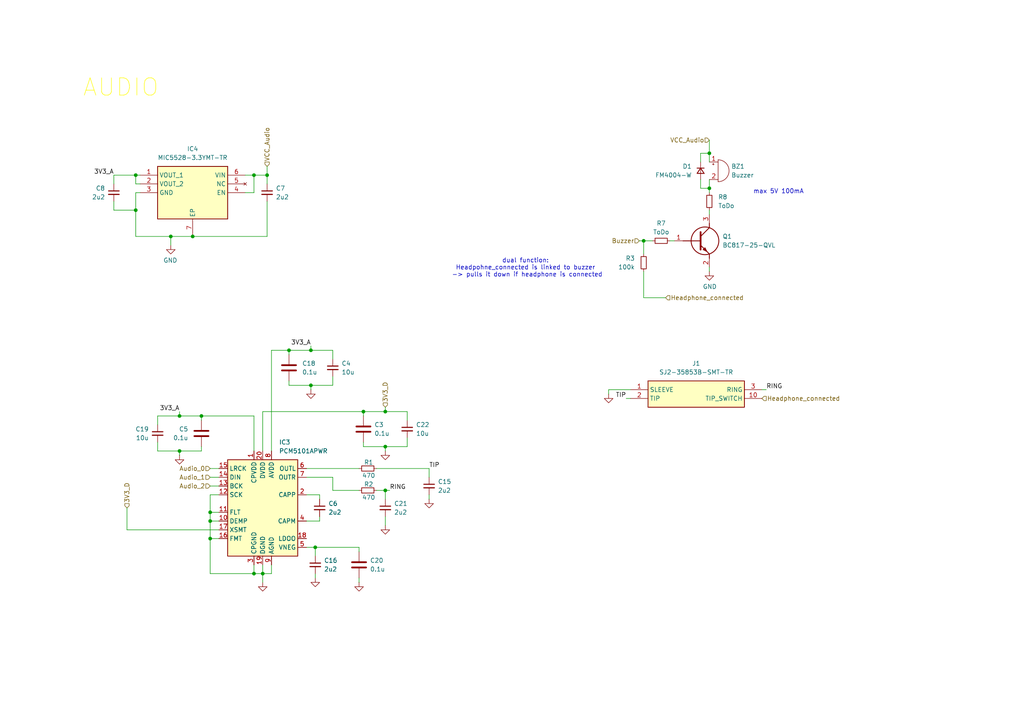
<source format=kicad_sch>
(kicad_sch (version 20231120) (generator "eeschema") (generator_version "8.0")
  (paper "A4")
  (lib_symbols
    (symbol "Audio:PCM5101A"
      (property "Reference" "U" (at -10.16 13.97 0))
      (property "Value" "PCM5101A" (at 3.81 13.97 0))
      (symbol "PCM5101A_0_1"
        (rectangle (start -10.16 12.7) (end 10.16 -15.24) (stroke (width 0.254)) (fill (type background)))
      )
      (symbol "PCM5101A_1_1"
        (pin passive line (at -2.54 15.24 270) (length 2.54) (name "CPVDD") (number "1"))
        (pin input line (at -12.7 -5.08 0) (length 2.54) (name "DEMP") (number "10"))
        (pin input line (at -12.7 -2.54 0) (length 2.54) (name "FLT") (number "11"))
        (pin input line (at -12.7 2.54 0) (length 2.54) (name "SCK") (number "12"))
        (pin input line (at -12.7 5.08 0) (length 2.54) (name "BCK") (number "13"))
        (pin input line (at -12.7 7.62 0) (length 2.54) (name "DIN") (number "14"))
        (pin input line (at -12.7 10.16 0) (length 2.54) (name "LRCK") (number "15"))
        (pin input line (at -12.7 -10.16 0) (length 2.54) (name "FMT") (number "16"))
        (pin input line (at -12.7 -7.62 0) (length 2.54) (name "XSMT") (number "17"))
        (pin passive line (at 12.7 -10.16 180) (length 2.54) (name "LDOO") (number "18"))
        (pin power_in line (at 0 -17.78 90) (length 2.54) (name "DGND") (number "19"))
        (pin passive line (at 12.7 2.54 180) (length 2.54) (name "CAPP") (number "2"))
        (pin power_in line (at 0 15.24 270) (length 2.54) (name "DVDD") (number "20"))
        (pin power_in line (at -2.54 -17.78 90) (length 2.54) (name "CPGND") (number "3"))
        (pin passive line (at 12.7 -5.08 180) (length 2.54) (name "CAPM") (number "4"))
        (pin passive line (at 12.7 -12.7 180) (length 2.54) (name "VNEG") (number "5"))
        (pin output line (at 12.7 10.16 180) (length 2.54) (name "OUTL") (number "6"))
        (pin output line (at 12.7 7.62 180) (length 2.54) (name "OUTR") (number "7"))
        (pin power_in line (at 2.54 15.24 270) (length 2.54) (name "AVDD") (number "8"))
        (pin power_in line (at 2.54 -17.78 90) (length 2.54) (name "AGND") (number "9"))
      )
    )
    (symbol "Device:Buzzer" (pin_names (offset 0.0254) hide)
      (property "Reference" "BZ" (at 3.81 1.27 0))
      (property "Value" "Buzzer" (at 3.81 -1.27 0))
      (symbol "Buzzer_0_1"
        (arc (start 0 -3.175) (mid 3.1612 0) (end 0 3.175))
        (polyline (pts (xy -1.651 1.905) (xy -1.143 1.905)))
        (polyline (pts (xy -1.397 2.159) (xy -1.397 1.651)))
        (polyline (pts (xy 0 3.175) (xy 0 -3.175)))
      )
      (symbol "Buzzer_1_1"
        (pin passive line (at -2.54 2.54 0) (length 2.54) (name "+") (number "1"))
        (pin passive line (at -2.54 -2.54 0) (length 2.54) (name "-") (number "2"))
      )
    )
    (symbol "Device:C_Small" (pin_numbers hide) (pin_names (offset 0.254) hide)
      (property "Reference" "C" (at 0.254 1.778 0))
      (property "Value" "C_Small" (at 0.254 -2.032 0))
      (symbol "C_Small_0_1"
        (polyline (pts (xy -1.524 -0.508) (xy 1.524 -0.508)) (stroke (width 0.3302)))
        (polyline (pts (xy -1.524 0.508) (xy 1.524 0.508)) (stroke (width 0.3048)))
      )
      (symbol "C_Small_1_1"
        (pin passive line (at 0 2.54 270) (length 2.032) (name "~") (number "1"))
        (pin passive line (at 0 -2.54 90) (length 2.032) (name "~") (number "2"))
      )
    )
    (symbol "Device:D_Small" (pin_numbers hide) (pin_names (offset 0.254) hide)
      (property "Reference" "D" (at -1.27 2.032 0))
      (property "Value" "D_Small" (at -3.81 -2.032 0))
      (symbol "D_Small_0_1"
        (polyline (pts (xy -0.762 -1.016) (xy -0.762 1.016)) (stroke (width 0.254)))
        (polyline (pts (xy -0.762 0) (xy 0.762 0)))
        (polyline (pts (xy 0.762 -1.016) (xy -0.762 0) (xy 0.762 1.016) (xy 0.762 -1.016)) (stroke (width 0.254)))
      )
      (symbol "D_Small_1_1"
        (pin passive line (at -2.54 0 0) (length 1.778) (name "K") (number "1"))
        (pin passive line (at 2.54 0 180) (length 1.778) (name "A") (number "2"))
      )
    )
    (symbol "Device:R_Small" (pin_numbers hide) (pin_names (offset 0.254) hide)
      (property "Reference" "R" (at 0.762 0.508 0))
      (property "Value" "R_Small" (at 0.762 -1.016 0))
      (symbol "R_Small_0_1"
        (rectangle (start -0.762 1.778) (end 0.762 -1.778) (stroke (width 0.2032)))
      )
      (symbol "R_Small_1_1"
        (pin passive line (at 0 2.54 270) (length 0.762) (name "~") (number "1"))
        (pin passive line (at 0 -2.54 90) (length 0.762) (name "~") (number "2"))
      )
    )
    (symbol "SamacSys_Parts:BC817-25-QVL" (pin_names hide)
      (property "Reference" "Q" (at 13.97 1.27 0))
      (property "Value" "BC817-25-QVL" (at 13.97 -1.27 0))
      (symbol "BC817-25-QVL_1_1"
        (polyline (pts (xy 2.54 0) (xy 7.62 0)) (stroke (width 0.254)))
        (polyline (pts (xy 7.62 -1.27) (xy 10.16 -3.81)) (stroke (width 0.254)))
        (polyline (pts (xy 7.62 1.27) (xy 10.16 3.81)) (stroke (width 0.254)))
        (polyline (pts (xy 7.62 2.54) (xy 7.62 -2.54)) (stroke (width 0.508)))
        (polyline (pts (xy 10.16 -3.81) (xy 10.16 -5.08)) (stroke (width 0.254)))
        (polyline (pts (xy 10.16 3.81) (xy 10.16 5.08)) (stroke (width 0.254)))
        (polyline (pts (xy 8.382 -2.54) (xy 8.89 -2.032) (xy 9.398 -3.048) (xy 8.382 -2.54)) (stroke (width 0.254)) (fill (type outline)))
        (circle (center 8.89 0) (radius 4.016) (stroke (width 0.254)))
        (pin passive line (at 0 0 0) (length 2.54) (name "B") (number "1"))
        (pin passive line (at 10.16 -7.62 90) (length 2.54) (name "E") (number "2"))
        (pin passive line (at 10.16 7.62 270) (length 2.54) (name "C") (number "3"))
      )
    )
    (symbol "SamacSys_Parts:MIC5528-3.3YMT-TR"
      (property "Reference" "IC" (at 26.67 7.62 0))
      (property "Value" "MIC5528-3.3YMT-TR" (at 26.67 5.08 0))
      (symbol "MIC5528-3.3YMT-TR_1_1"
        (rectangle (start 5.08 2.54) (end 25.4 -12.7) (stroke (width 0.254)) (fill (type background)))
        (pin passive line (at 0 0 0) (length 5.08) (name "VOUT_1") (number "1"))
        (pin passive line (at 0 -2.54 0) (length 5.08) (name "VOUT_2") (number "2"))
        (pin passive line (at 0 -5.08 0) (length 5.08) (name "GND") (number "3"))
        (pin passive line (at 30.48 -5.08 180) (length 5.08) (name "EN") (number "4"))
        (pin no_connect line (at 30.48 -2.54 180) (length 5.08) (name "NC") (number "5"))
        (pin passive line (at 30.48 0 180) (length 5.08) (name "VIN") (number "6"))
        (pin passive line (at 15.24 -17.78 90) (length 5.08) (name "EP") (number "7"))
      )
    )
    (symbol "SamacSys_Parts:SJ2-35853B-SMT-TR"
      (property "Reference" "J" (at 34.29 7.62 0))
      (property "Value" "SJ2-35853B-SMT-TR" (at 34.29 5.08 0))
      (symbol "SJ2-35853B-SMT-TR_1_1"
        (rectangle (start 5.08 2.54) (end 33.02 -5.08) (stroke (width 0.254)) (fill (type background)))
        (pin passive line (at 0 0 0) (length 5.08) (name "SLEEVE") (number "1"))
        (pin passive line (at 38.1 -2.54 180) (length 5.08) (name "TIP_SWITCH") (number "10"))
        (pin passive line (at 0 -2.54 0) (length 5.08) (name "TIP") (number "2"))
        (pin passive line (at 38.1 0 180) (length 5.08) (name "RING") (number "3"))
      )
    )
    (symbol "SymbolsBalloonv4:C" (pin_numbers hide) (pin_names (offset 0.254))
      (property "Reference" "C" (at 0.635 2.54 0))
      (property "Value" "C" (at 0.635 -2.54 0))
      (symbol "C_0_1"
        (polyline (pts (xy -2.032 -0.762) (xy 2.032 -0.762)) (stroke (width 0.508)))
        (polyline (pts (xy -2.032 0.762) (xy 2.032 0.762)) (stroke (width 0.508)))
      )
      (symbol "C_1_1"
        (pin passive line (at 0 3.81 270) (length 2.794) (name "~") (number "1"))
        (pin passive line (at 0 -3.81 90) (length 2.794) (name "~") (number "2"))
      )
    )
    (symbol "SymbolsBalloonv4:GND" (power) (pin_numbers hide) (pin_names (offset 0) hide)
      (property "Value" "GND" (at 0 -3.81 0))
      (symbol "GND_0_1"
        (polyline (pts (xy 0 0) (xy 0 -1.27) (xy 1.27 -1.27) (xy 0 -2.54) (xy -1.27 -1.27) (xy 0 -1.27)))
      )
      (symbol "GND_1_1"
        (pin power_in line (at 0 0 270) (length 0) (name "~") (number "1"))
      )
    )
    (symbol "SymbolsBalloonv4:R_Small" (pin_numbers hide) (pin_names (offset 0.254) hide)
      (property "Reference" "R" (at 0.762 0.508 0))
      (property "Value" "R_Small" (at 0.762 -1.016 0))
      (symbol "R_Small_0_1"
        (rectangle (start -0.762 1.778) (end 0.762 -1.778) (stroke (width 0.2032)))
      )
      (symbol "R_Small_1_1"
        (pin passive line (at 0 2.54 270) (length 0.762) (name "~") (number "1"))
        (pin passive line (at 0 -2.54 90) (length 0.762) (name "~") (number "2"))
      )
    )
  )
  (junction (at 205.74 54.61))
  (junction (at 205.74 44.45))
  (junction (at 55.88 68.58))
  (junction (at 73.66 166.37))
  (junction (at 186.69 69.85))
  (junction (at 111.76 119.38))
  (junction (at 39.37 50.8))
  (junction (at 90.17 101.6))
  (junction (at 58.42 120.65))
  (junction (at 60.96 148.59))
  (junction (at 39.37 60.96))
  (junction (at 76.2 166.37))
  (junction (at 90.17 111.76))
  (junction (at 111.76 129.54))
  (junction (at 52.07 120.65))
  (junction (at 83.82 101.6))
  (junction (at 105.41 119.38))
  (junction (at 60.96 151.13))
  (junction (at 91.44 158.75))
  (junction (at 73.66 50.8))
  (junction (at 77.47 50.8))
  (junction (at 49.53 68.58))
  (junction (at 111.76 142.24))
  (junction (at 52.07 130.81))
  (junction (at 60.96 156.21))
  (wire (pts (xy 45.72 120.65) (xy 45.72 123.19)))
  (wire (pts (xy 124.46 135.89) (xy 124.46 138.43)))
  (wire (pts (xy 105.41 129.54) (xy 105.41 128.27)))
  (wire (pts (xy 60.96 138.43) (xy 63.5 138.43)))
  (wire (pts (xy 58.42 130.81) (xy 58.42 129.54)))
  (wire (pts (xy 205.74 40.64) (xy 205.74 44.45)))
  (wire (pts (xy 203.2 44.45) (xy 205.74 44.45)))
  (wire (pts (xy 60.96 151.13) (xy 60.96 156.21)))
  (wire (pts (xy 105.41 119.38) (xy 105.41 120.65)))
  (wire (pts (xy 49.53 68.58) (xy 39.37 68.58)))
  (wire (pts (xy 76.2 119.38) (xy 105.41 119.38)))
  (wire (pts (xy 60.96 143.51) (xy 60.96 148.59)))
  (wire (pts (xy 58.42 130.81) (xy 52.07 130.81)))
  (wire (pts (xy 111.76 129.54) (xy 118.11 129.54)))
  (wire (pts (xy 78.74 163.83) (xy 78.74 166.37)))
  (wire (pts (xy 109.22 142.24) (xy 111.76 142.24)))
  (wire (pts (xy 111.76 119.38) (xy 105.41 119.38)))
  (wire (pts (xy 73.66 166.37) (xy 73.66 163.83)))
  (wire (pts (xy 104.14 167.64) (xy 104.14 168.91)))
  (wire (pts (xy 203.2 52.07) (xy 203.2 54.61)))
  (wire (pts (xy 39.37 60.96) (xy 39.37 68.58)))
  (wire (pts (xy 33.02 50.8) (xy 39.37 50.8)))
  (wire (pts (xy 205.74 78.74) (xy 205.74 77.47)))
  (wire (pts (xy 88.9 143.51) (xy 92.71 143.51)))
  (wire (pts (xy 73.66 50.8) (xy 77.47 50.8)))
  (wire (pts (xy 77.47 58.42) (xy 77.47 68.58)))
  (wire (pts (xy 111.76 149.86) (xy 111.76 152.4)))
  (wire (pts (xy 36.83 147.32) (xy 36.83 153.67)))
  (wire (pts (xy 181.61 115.57) (xy 182.88 115.57)))
  (wire (pts (xy 111.76 142.24) (xy 111.76 144.78)))
  (wire (pts (xy 77.47 48.26) (xy 77.47 50.8)))
  (wire (pts (xy 77.47 50.8) (xy 77.47 53.34)))
  (wire (pts (xy 88.9 158.75) (xy 91.44 158.75)))
  (wire (pts (xy 176.53 114.3) (xy 176.53 113.03)))
  (wire (pts (xy 55.88 68.58) (xy 49.53 68.58)))
  (wire (pts (xy 63.5 153.67) (xy 36.83 153.67)))
  (wire (pts (xy 96.52 138.43) (xy 96.52 142.24)))
  (wire (pts (xy 73.66 166.37) (xy 60.96 166.37)))
  (wire (pts (xy 83.82 111.76) (xy 83.82 110.49)))
  (wire (pts (xy 73.66 130.81) (xy 73.66 120.65)))
  (wire (pts (xy 52.07 120.65) (xy 58.42 120.65)))
  (wire (pts (xy 194.31 69.85) (xy 195.58 69.85)))
  (wire (pts (xy 96.52 142.24) (xy 104.14 142.24)))
  (wire (pts (xy 186.69 69.85) (xy 186.69 73.66)))
  (wire (pts (xy 88.9 135.89) (xy 104.14 135.89)))
  (wire (pts (xy 90.17 113.03) (xy 90.17 111.76)))
  (wire (pts (xy 205.74 44.45) (xy 205.74 46.99)))
  (wire (pts (xy 39.37 55.88) (xy 39.37 60.96)))
  (wire (pts (xy 104.14 158.75) (xy 104.14 160.02)))
  (wire (pts (xy 60.96 148.59) (xy 60.96 151.13)))
  (wire (pts (xy 52.07 120.65) (xy 45.72 120.65)))
  (wire (pts (xy 88.9 138.43) (xy 96.52 138.43)))
  (wire (pts (xy 78.74 101.6) (xy 78.74 130.81)))
  (wire (pts (xy 90.17 111.76) (xy 96.52 111.76)))
  (wire (pts (xy 76.2 166.37) (xy 73.66 166.37)))
  (wire (pts (xy 105.41 129.54) (xy 111.76 129.54)))
  (wire (pts (xy 71.12 50.8) (xy 73.66 50.8)))
  (wire (pts (xy 52.07 130.81) (xy 45.72 130.81)))
  (wire (pts (xy 52.07 119.38) (xy 52.07 120.65)))
  (wire (pts (xy 90.17 100.33) (xy 90.17 101.6)))
  (wire (pts (xy 83.82 101.6) (xy 90.17 101.6)))
  (wire (pts (xy 76.2 163.83) (xy 76.2 166.37)))
  (wire (pts (xy 96.52 101.6) (xy 96.52 104.14)))
  (wire (pts (xy 73.66 55.88) (xy 73.66 50.8)))
  (wire (pts (xy 33.02 58.42) (xy 33.02 60.96)))
  (wire (pts (xy 63.5 143.51) (xy 60.96 143.51)))
  (wire (pts (xy 186.69 69.85) (xy 189.23 69.85)))
  (wire (pts (xy 60.96 156.21) (xy 60.96 166.37)))
  (wire (pts (xy 78.74 166.37) (xy 76.2 166.37)))
  (wire (pts (xy 222.25 113.03) (xy 220.98 113.03)))
  (wire (pts (xy 52.07 132.08) (xy 52.07 130.81)))
  (wire (pts (xy 39.37 50.8) (xy 40.64 50.8)))
  (wire (pts (xy 60.96 148.59) (xy 63.5 148.59)))
  (wire (pts (xy 39.37 50.8) (xy 39.37 53.34)))
  (wire (pts (xy 118.11 127) (xy 118.11 129.54)))
  (wire (pts (xy 109.22 135.89) (xy 124.46 135.89)))
  (wire (pts (xy 60.96 140.97) (xy 63.5 140.97)))
  (wire (pts (xy 60.96 151.13) (xy 63.5 151.13)))
  (wire (pts (xy 203.2 54.61) (xy 205.74 54.61)))
  (wire (pts (xy 185.42 69.85) (xy 186.69 69.85)))
  (wire (pts (xy 111.76 130.81) (xy 111.76 129.54)))
  (wire (pts (xy 91.44 167.64) (xy 91.44 166.37)))
  (wire (pts (xy 39.37 60.96) (xy 33.02 60.96)))
  (wire (pts (xy 92.71 143.51) (xy 92.71 144.78)))
  (wire (pts (xy 39.37 55.88) (xy 40.64 55.88)))
  (wire (pts (xy 111.76 119.38) (xy 118.11 119.38)))
  (wire (pts (xy 60.96 135.89) (xy 63.5 135.89)))
  (wire (pts (xy 76.2 119.38) (xy 76.2 130.81)))
  (wire (pts (xy 78.74 101.6) (xy 83.82 101.6)))
  (wire (pts (xy 58.42 120.65) (xy 73.66 120.65)))
  (wire (pts (xy 92.71 149.86) (xy 92.71 151.13)))
  (wire (pts (xy 205.74 60.96) (xy 205.74 62.23)))
  (wire (pts (xy 71.12 55.88) (xy 73.66 55.88)))
  (wire (pts (xy 58.42 120.65) (xy 58.42 121.92)))
  (wire (pts (xy 96.52 109.22) (xy 96.52 111.76)))
  (wire (pts (xy 96.52 101.6) (xy 90.17 101.6)))
  (wire (pts (xy 39.37 53.34) (xy 40.64 53.34)))
  (wire (pts (xy 186.69 86.36) (xy 186.69 78.74)))
  (wire (pts (xy 118.11 119.38) (xy 118.11 121.92)))
  (wire (pts (xy 76.2 166.37) (xy 76.2 168.91)))
  (wire (pts (xy 91.44 158.75) (xy 104.14 158.75)))
  (wire (pts (xy 203.2 46.99) (xy 203.2 44.45)))
  (wire (pts (xy 176.53 113.03) (xy 182.88 113.03)))
  (wire (pts (xy 77.47 68.58) (xy 55.88 68.58)))
  (wire (pts (xy 111.76 142.24) (xy 113.03 142.24)))
  (wire (pts (xy 83.82 101.6) (xy 83.82 102.87)))
  (wire (pts (xy 83.82 111.76) (xy 90.17 111.76)))
  (wire (pts (xy 205.74 54.61) (xy 205.74 55.88)))
  (wire (pts (xy 91.44 158.75) (xy 91.44 161.29)))
  (wire (pts (xy 49.53 68.58) (xy 49.53 71.12)))
  (wire (pts (xy 60.96 156.21) (xy 63.5 156.21)))
  (wire (pts (xy 33.02 50.8) (xy 33.02 53.34)))
  (wire (pts (xy 205.74 52.07) (xy 205.74 54.61)))
  (wire (pts (xy 193.04 86.36) (xy 186.69 86.36)))
  (wire (pts (xy 45.72 128.27) (xy 45.72 130.81)))
  (wire (pts (xy 124.46 143.51) (xy 124.46 144.78)))
  (wire (pts (xy 88.9 151.13) (xy 92.71 151.13)))
  (wire (pts (xy 111.76 118.11) (xy 111.76 119.38)))
  (text "AUDIO" (at 46.228 28.448 0) (effects (font (size 5 5)) (justify right bottom)))
  (text "dual function: \nHeadpohne_connected is linked to buzzer \n-> pulls it down if headphone is connected" (at 152.908 77.724 0) (effects (font (size 1.27 1.27))))
  (text "max 5V 100mA\n" (at 225.806 55.626 0) (effects (font (size 1.27 1.27))))
  (label "TIP" (at 124.46 135.89 0))
  (label "3V3_A" (at 33.02 50.8 180))
  (label "RING" (at 222.25 113.03 0))
  (label "TIP" (at 181.61 115.57 180))
  (label "3V3_A" (at 52.07 119.38 180))
  (label "RING" (at 113.03 142.24 0))
  (label "3V3_A" (at 90.17 100.33 180))
  (hierarchical_label "Buzzer" (shape input) (at 185.42 69.85 180))
  (hierarchical_label "Headphone_connected" (shape input) (at 193.04 86.36 0))
  (hierarchical_label "Audio_2" (shape input) (at 60.96 140.97 180))
  (hierarchical_label "Headphone_connected" (shape input) (at 220.98 115.57 0))
  (hierarchical_label "3V3_D" (shape input) (at 36.83 147.32 90))
  (hierarchical_label "Audio_0" (shape input) (at 60.96 135.89 180))
  (hierarchical_label "VCC_Audio" (shape input) (at 205.74 40.64 180))
  (hierarchical_label "Audio_1" (shape input) (at 60.96 138.43 180))
  (hierarchical_label "3V3_D" (shape input) (at 111.76 118.11 90))
  (hierarchical_label "VCC_Audio" (shape input) (at 77.47 48.26 90))
  (symbol (lib_id "SymbolsBalloonv4:GND") (at 205.74 78.74 0) (unit 1)
    (property "Reference" "#PWR06" (effects (hide yes)))
    (property "Value" "GND" (at 205.867 83.1342 0))
    (property "Description" "Power symbol creates a global label with name \"GND\" , ground" (effects (hide yes)))
  )
  (symbol (lib_id "Device:C_Small") (at 124.46 140.97 0) (unit 1)
    (property "Reference" "C15" (at 127 139.7062 0) (effects (justify left)))
    (property "Value" "2u2" (at 127 142.2462 0) (effects (justify left)))
    (property "Footprint" "SamacSys_Parts:CAPC1608X90N" (effects (hide yes)))
    (property "Description" "Unpolarized capacitor, small symbol" (effects (hide yes)))
    (property "Height" "0.9" (effects (hide yes)))
    (property "Mouser Part Number" "963-LMK107BJ225KA-T" (effects (hide yes)))
    (property "Mouser Price/Stock" "https://www.mouser.co.uk/ProductDetail/TAIYO-YUDEN/LMK107BJ225KA-T?qs=PzICbMaShUe4zNAgzYNEdQ%3D%3D" (effects (hide yes)))
    (property "Manufacturer_Name" "TAIYO YUDEN" (effects (hide yes)))
    (property "Manufacturer_Part_Number" "LMK107BJ225KA-T" (effects (hide yes)))
  )
  (symbol (lib_id "Device:Buzzer") (at 208.28 49.53 0) (unit 1)
    (property "Reference" "BZ1" (at 212.09 48.2599 0) (effects (justify left)))
    (property "Value" "Buzzer" (at 212.09 50.7999 0) (effects (justify left)))
    (property "Footprint" "SamacSys_Parts:CMT052575SMTTR" (effects (hide yes)))
    (property "Datasheet" "https://datasheet.datasheetarchive.com/originals/distributors/Datasheets_SAMA/202edec26f194914f30bb21e54dbec55.pdf" (effects (hide yes)))
    (property "Description" "Buzzer, polarized" (effects (hide yes)))
  )
  (symbol (lib_id "SymbolsBalloonv4:GND") (at 111.76 130.81 0) (unit 1)
    (property "Reference" "#PWR04" (effects (hide yes)))
    (property "Value" "GND" (effects (hide yes)))
    (property "Description" "Power symbol creates a global label with name \"GND\" , ground" (effects (hide yes)))
  )
  (symbol (lib_id "SymbolsBalloonv4:C") (at 105.41 124.46 180) (unit 1)
    (property "Reference" "C3" (at 108.585 123.19 0) (effects (justify right)))
    (property "Value" "0.1u" (at 108.585 125.73 0) (effects (justify right)))
    (property "Footprint" "Capacitor_SMD:C_0402_1005Metric_Pad0.74x0.62mm_HandSolder" (effects (hide yes)))
    (property "Description" "Unpolarized capacitor" (effects (hide yes)))
  )
  (symbol (lib_id "Device:C_Small") (at 45.72 125.73 0) (mirror y) (unit 1)
    (property "Reference" "C19" (at 43.18 124.4662 0) (effects (justify left)))
    (property "Value" "10u" (at 43.18 127.0062 0) (effects (justify left)))
    (property "Footprint" "SamacSys_Parts:CAPC1608X50N" (effects (hide yes)))
    (property "Description" "Unpolarized capacitor, small symbol" (effects (hide yes)))
    (property "Height" "0.5" (effects (hide yes)))
    (property "Mouser Part Number" "963-JMK107ABJ106MA-T" (effects (hide yes)))
    (property "Mouser Price/Stock" "https://www.mouser.co.uk/ProductDetail/Taiyo-Yuden/JMK107ABJ106MA-T?qs=vF%252B8ahGVilcKzRI4EvLHOA%3D%3D" (effects (hide yes)))
    (property "Manufacturer_Name" "TAIYO YUDEN" (effects (hide yes)))
    (property "Manufacturer_Part_Number" "JMK107ABJ106MA-T" (effects (hide yes)))
  )
  (symbol (lib_id "Device:C_Small") (at 96.52 106.68 0) (unit 1)
    (property "Reference" "C4" (at 99.06 105.4162 0) (effects (justify left)))
    (property "Value" "10u" (at 99.06 107.9562 0) (effects (justify left)))
    (property "Footprint" "SamacSys_Parts:CAPC1608X50N" (effects (hide yes)))
    (property "Description" "Unpolarized capacitor, small symbol" (effects (hide yes)))
    (property "Height" "0.5" (effects (hide yes)))
    (property "Mouser Part Number" "963-JMK107ABJ106MA-T" (effects (hide yes)))
    (property "Mouser Price/Stock" "https://www.mouser.co.uk/ProductDetail/Taiyo-Yuden/JMK107ABJ106MA-T?qs=vF%252B8ahGVilcKzRI4EvLHOA%3D%3D" (effects (hide yes)))
    (property "Manufacturer_Name" "TAIYO YUDEN" (effects (hide yes)))
    (property "Manufacturer_Part_Number" "JMK107ABJ106MA-T" (effects (hide yes)))
  )
  (symbol (lib_id "SymbolsBalloonv4:GND") (at 124.46 144.78 0) (mirror y) (unit 1)
    (property "Reference" "#PWR023" (effects (hide yes)))
    (property "Value" "GND" (effects (hide yes)))
    (property "Description" "Power symbol creates a global label with name \"GND\" , ground" (effects (hide yes)))
  )
  (symbol (lib_id "Device:C_Small") (at 118.11 124.46 0) (unit 1)
    (property "Reference" "C22" (at 120.65 123.1962 0) (effects (justify left)))
    (property "Value" "10u" (at 120.65 125.7362 0) (effects (justify left)))
    (property "Footprint" "SamacSys_Parts:CAPC1608X50N" (effects (hide yes)))
    (property "Description" "Unpolarized capacitor, small symbol" (effects (hide yes)))
    (property "Height" "0.5" (effects (hide yes)))
    (property "Mouser Part Number" "963-JMK107ABJ106MA-T" (effects (hide yes)))
    (property "Mouser Price/Stock" "https://www.mouser.co.uk/ProductDetail/Taiyo-Yuden/JMK107ABJ106MA-T?qs=vF%252B8ahGVilcKzRI4EvLHOA%3D%3D" (effects (hide yes)))
    (property "Manufacturer_Name" "TAIYO YUDEN" (effects (hide yes)))
    (property "Manufacturer_Part_Number" "JMK107ABJ106MA-T" (effects (hide yes)))
  )
  (symbol (lib_id "SymbolsBalloonv4:GND") (at 52.07 132.08 0) (mirror y) (unit 1)
    (property "Reference" "#PWR05" (effects (hide yes)))
    (property "Value" "GND" (effects (hide yes)))
    (property "Description" "Power symbol creates a global label with name \"GND\" , ground" (effects (hide yes)))
  )
  (symbol (lib_id "SamacSys_Parts:SJ2-35853B-SMT-TR") (at 182.88 113.03 0) (unit 1)
    (property "Reference" "J1" (at 201.93 105.41 0))
    (property "Value" "SJ2-35853B-SMT-TR" (at 201.93 107.95 0))
    (property "Footprint" "SamacSys_Parts:SJ235853BSMTTR" (effects (hide yes)))
    (property "Datasheet" "https://www.cuidevices.com/product/resource/sj2-3585x-smt.pdf" (effects (hide yes)))
    (property "Description" "3.50mm (0.141\", 1/8\", Mini Plug) - Headphone Phone Jack Stereo (3 Conductor, TRS) Connector Solder" (effects (hide yes)))
    (property "Height" "5.15" (effects (hide yes)))
    (property "Mouser Part Number" "490-SJ2-35853BSMT-TR" (effects (hide yes)))
    (property "Mouser Price/Stock" "https://www.mouser.co.uk/ProductDetail/CUI-Devices/SJ2-35853B-SMT-TR?qs=DXv0QSHKF4xcEQUTnRYIcA%3D%3D" (effects (hide yes)))
    (property "Manufacturer_Name" "CUI Devices" (effects (hide yes)))
    (property "Manufacturer_Part_Number" "SJ2-35853B-SMT-TR" (effects (hide yes)))
  )
  (symbol (lib_id "Device:C_Small") (at 91.44 163.83 0) (unit 1)
    (property "Reference" "C16" (at 93.98 162.5662 0) (effects (justify left)))
    (property "Value" "2u2" (at 93.98 165.1062 0) (effects (justify left)))
    (property "Footprint" "SamacSys_Parts:CAPC1608X90N" (effects (hide yes)))
    (property "Description" "Unpolarized capacitor, small symbol" (effects (hide yes)))
    (property "Height" "0.9" (effects (hide yes)))
    (property "Mouser Part Number" "963-LMK107BJ225KA-T" (effects (hide yes)))
    (property "Mouser Price/Stock" "https://www.mouser.co.uk/ProductDetail/TAIYO-YUDEN/LMK107BJ225KA-T?qs=PzICbMaShUe4zNAgzYNEdQ%3D%3D" (effects (hide yes)))
    (property "Manufacturer_Name" "TAIYO YUDEN" (effects (hide yes)))
    (property "Manufacturer_Part_Number" "LMK107BJ225KA-T" (effects (hide yes)))
  )
  (symbol (lib_id "SymbolsBalloonv4:GND") (at 49.53 71.12 0) (mirror y) (unit 1)
    (property "Reference" "#PWR02" (effects (hide yes)))
    (property "Value" "GND" (at 49.403 75.5142 0))
    (property "Description" "Power symbol creates a global label with name \"GND\" , ground" (effects (hide yes)))
  )
  (symbol (lib_id "SymbolsBalloonv4:GND") (at 104.14 168.91 0) (mirror y) (unit 1)
    (property "Reference" "#PWR021" (effects (hide yes)))
    (property "Value" "GND" (effects (hide yes)))
    (property "Description" "Power symbol creates a global label with name \"GND\" , ground" (effects (hide yes)))
  )
  (symbol (lib_id "SymbolsBalloonv4:GND") (at 91.44 167.64 0) (mirror y) (unit 1)
    (property "Reference" "#PWR020" (effects (hide yes)))
    (property "Value" "GND" (effects (hide yes)))
    (property "Description" "Power symbol creates a global label with name \"GND\" , ground" (effects (hide yes)))
  )
  (symbol (lib_id "SymbolsBalloonv4:GND") (at 90.17 113.03 0) (unit 1)
    (property "Reference" "#PWR018" (effects (hide yes)))
    (property "Value" "GND" (effects (hide yes)))
    (property "Description" "Power symbol creates a global label with name \"GND\" , ground" (effects (hide yes)))
  )
  (symbol (lib_id "SymbolsBalloonv4:R_Small") (at 106.68 135.89 90) (unit 1)
    (property "Reference" "R1" (at 106.934 134.112 90))
    (property "Value" "470" (at 106.934 137.922 90))
    (property "Footprint" "Resistor_SMD:R_0603_1608Metric_Pad0.98x0.95mm_HandSolder" (effects (hide yes)))
    (property "Description" "Resistor, small symbol" (effects (hide yes)))
  )
  (symbol (lib_id "Audio:PCM5101A") (at 76.2 146.05 0) (unit 1)
    (property "Reference" "IC3" (at 80.9341 128.27 0) (effects (justify left)))
    (property "Value" "PCM5101APWR" (at 80.9341 130.81 0) (effects (justify left)))
    (property "Footprint" "Package_SO:TSSOP-20_4.4x6.5mm_P0.65mm" (effects (hide yes)))
    (property "Datasheet" "https://www.ti.com/lit/ds/symlink/pcm5101a.pdf" (effects (hide yes)))
    (property "Description" "2.1 VRMS, 106dB Audio Stereo DAC with PLL and 32-bit, 384kHz PCM Interface, TSSOP-20" (effects (hide yes)))
    (property "Height" "1.2" (effects (hide yes)))
    (property "Mouser Part Number" "595-PCM5101APWR" (effects (hide yes)))
    (property "Mouser Price/Stock" "https://www.mouser.co.uk/ProductDetail/Texas-Instruments/PCM5101APWR?qs=E2%2FxqS9xjzpKoAUBc2l1Vg%3D%3D" (effects (hide yes)))
    (property "Manufacturer_Name" "Texas Instruments" (effects (hide yes)))
    (property "Manufacturer_Part_Number" "PCM5101APWR" (effects (hide yes)))
  )
  (symbol (lib_id "SymbolsBalloonv4:C") (at 58.42 125.73 0) (mirror x) (unit 1)
    (property "Reference" "C5" (at 54.61 124.4599 0) (effects (justify right)))
    (property "Value" "0.1u" (at 54.61 126.9999 0) (effects (justify right)))
    (property "Footprint" "Capacitor_SMD:C_0402_1005Metric_Pad0.74x0.62mm_HandSolder" (effects (hide yes)))
    (property "Description" "Unpolarized capacitor" (effects (hide yes)))
  )
  (symbol (lib_id "SymbolsBalloonv4:GND") (at 76.2 168.91 0) (mirror y) (unit 1)
    (property "Reference" "#PWR019" (effects (hide yes)))
    (property "Value" "GND" (effects (hide yes)))
    (property "Description" "Power symbol creates a global label with name \"GND\" , ground" (effects (hide yes)))
  )
  (symbol (lib_id "SymbolsBalloonv4:GND") (at 111.76 152.4 0) (mirror y) (unit 1)
    (property "Reference" "#PWR022" (effects (hide yes)))
    (property "Value" "GND" (effects (hide yes)))
    (property "Description" "Power symbol creates a global label with name \"GND\" , ground" (effects (hide yes)))
  )
  (symbol (lib_id "SamacSys_Parts:MIC5528-3.3YMT-TR") (at 40.64 50.8 0) (unit 1)
    (property "Reference" "IC4" (at 55.88 43.18 0))
    (property "Value" "MIC5528-3.3YMT-TR" (at 55.88 45.72 0))
    (property "Footprint" "SamacSys_Parts:SON40P120X120X60-7N-D" (effects (hide yes)))
    (property "Datasheet" "https://ww1.microchip.com/downloads/en/DeviceDoc/MIC5528-High-Performance-500mA-LDO-in-Thin-and-Extra-Thin-DFN-Packages-DS20005982B.pdf" (effects (hide yes)))
    (property "Description" "Microchip Technology MIC5528-3.3YMT-TR, LDO Voltage Regulator Controller, 500mA, 3.3 V, +/-3% 6-Pin, TDFN" (effects (hide yes)))
    (property "Height" "0.6" (effects (hide yes)))
    (property "Mouser Part Number" "998-MIC5528-3.3YMTTR" (effects (hide yes)))
    (property "Mouser Price/Stock" "https://www.mouser.co.uk/ProductDetail/Microchip-Technology/MIC5528-3.3YMT-TR?qs=U6T8BxXiZAXEO0XtzncCuQ%3D%3D" (effects (hide yes)))
    (property "Manufacturer_Name" "Microchip" (effects (hide yes)))
    (property "Manufacturer_Part_Number" "MIC5528-3.3YMT-TR" (effects (hide yes)))
  )
  (symbol (lib_id "Device:D_Small") (at 203.2 49.53 90) (mirror x) (unit 1)
    (property "Reference" "D1" (at 200.66 48.2599 90) (effects (justify left)))
    (property "Value" "FM4004-W" (at 200.66 50.7999 90) (effects (justify left)))
    (property "Footprint" "SamacSys_Parts:DIONM5025X231N" (effects (hide yes)))
    (property "Description" "Diode, small symbol" (effects (hide yes)))
    (property "Height" "2.31" (effects (hide yes)))
    (property "Mouser Part Number" "583-FM4004" (effects (hide yes)))
    (property "Mouser Price/Stock" "https://www.mouser.co.uk/ProductDetail/Rectron/FM4004-W?qs=Iw9Ubr57Px3IHNH1bE4l9w%3D%3D" (effects (hide yes)))
    (property "Manufacturer_Name" "Rectron" (effects (hide yes)))
    (property "Manufacturer_Part_Number" "FM4004-W" (effects (hide yes)))
    (property "Sim.Device" "D" (effects (hide yes)))
    (property "Sim.Pins" "1=K 2=A" (effects (hide yes)))
  )
  (symbol (lib_id "SymbolsBalloonv4:C") (at 83.82 106.68 180) (unit 1)
    (property "Reference" "C18" (at 87.63 105.4099 0) (effects (justify right)))
    (property "Value" "0.1u" (at 87.63 107.9499 0) (effects (justify right)))
    (property "Footprint" "Capacitor_SMD:C_0402_1005Metric_Pad0.74x0.62mm_HandSolder" (effects (hide yes)))
    (property "Description" "Unpolarized capacitor" (effects (hide yes)))
  )
  (symbol (lib_id "SymbolsBalloonv4:R_Small") (at 106.68 142.24 90) (unit 1)
    (property "Reference" "R2" (at 106.934 140.462 90))
    (property "Value" "470" (at 106.934 144.272 90))
    (property "Footprint" "Resistor_SMD:R_0603_1608Metric_Pad0.98x0.95mm_HandSolder" (effects (hide yes)))
    (property "Description" "Resistor, small symbol" (effects (hide yes)))
  )
  (symbol (lib_id "Device:C_Small") (at 33.02 55.88 0) (mirror y) (unit 1)
    (property "Reference" "C8" (at 30.48 54.6162 0) (effects (justify left)))
    (property "Value" "2u2" (at 30.48 57.1562 0) (effects (justify left)))
    (property "Footprint" "SamacSys_Parts:CAPC1608X90N" (effects (hide yes)))
    (property "Description" "Unpolarized capacitor, small symbol" (effects (hide yes)))
    (property "Height" "0.9" (effects (hide yes)))
    (property "Mouser Part Number" "963-LMK107BJ225KA-T" (effects (hide yes)))
    (property "Mouser Price/Stock" "https://www.mouser.co.uk/ProductDetail/TAIYO-YUDEN/LMK107BJ225KA-T?qs=PzICbMaShUe4zNAgzYNEdQ%3D%3D" (effects (hide yes)))
    (property "Manufacturer_Name" "TAIYO YUDEN" (effects (hide yes)))
    (property "Manufacturer_Part_Number" "LMK107BJ225KA-T" (effects (hide yes)))
  )
  (symbol (lib_id "SamacSys_Parts:BC817-25-QVL") (at 195.58 69.85 0) (unit 1)
    (property "Reference" "Q1" (at 209.55 68.5799 0) (effects (justify left)))
    (property "Value" "BC817-25-QVL" (at 209.55 71.1199 0) (effects (justify left)))
    (property "Footprint" "SamacSys_Parts:SOT95P230X110-3N" (effects (hide yes)))
    (property "Datasheet" "https://assets.nexperia.com/documents/data-sheet/BC817-Q_SER.pdf" (effects (hide yes)))
    (property "Description" "Bipolar (BJT) Transistor NPN 45 V 500 mA 100MHz 250 mW Surface Mount TO-236AB" (effects (hide yes)))
    (property "Height" "1.1" (effects (hide yes)))
    (property "Mouser Part Number" "771-BC817-25-QVL" (effects (hide yes)))
    (property "Mouser Price/Stock" "https://www.mouser.co.uk/ProductDetail/Nexperia/BC817-25-QVL?qs=e8oIoAS2J1T%2FKNPQsx1Qyg%3D%3D" (effects (hide yes)))
    (property "Manufacturer_Name" "Nexperia" (effects (hide yes)))
    (property "Manufacturer_Part_Number" "BC817-25-QVL" (effects (hide yes)))
  )
  (symbol (lib_id "Device:C_Small") (at 111.76 147.32 0) (unit 1)
    (property "Reference" "C21" (at 114.3 146.0562 0) (effects (justify left)))
    (property "Value" "2u2" (at 114.3 148.5962 0) (effects (justify left)))
    (property "Footprint" "SamacSys_Parts:CAPC1608X90N" (effects (hide yes)))
    (property "Description" "Unpolarized capacitor, small symbol" (effects (hide yes)))
    (property "Height" "0.9" (effects (hide yes)))
    (property "Mouser Part Number" "963-LMK107BJ225KA-T" (effects (hide yes)))
    (property "Mouser Price/Stock" "https://www.mouser.co.uk/ProductDetail/TAIYO-YUDEN/LMK107BJ225KA-T?qs=PzICbMaShUe4zNAgzYNEdQ%3D%3D" (effects (hide yes)))
    (property "Manufacturer_Name" "TAIYO YUDEN" (effects (hide yes)))
    (property "Manufacturer_Part_Number" "LMK107BJ225KA-T" (effects (hide yes)))
  )
  (symbol (lib_id "SymbolsBalloonv4:C") (at 104.14 163.83 180) (unit 1)
    (property "Reference" "C20" (at 107.315 162.56 0) (effects (justify right)))
    (property "Value" "0.1u" (at 107.315 165.1 0) (effects (justify right)))
    (property "Footprint" "Capacitor_SMD:C_0402_1005Metric_Pad0.74x0.62mm_HandSolder" (effects (hide yes)))
    (property "Description" "Unpolarized capacitor" (effects (hide yes)))
  )
  (symbol (lib_id "Device:R_Small") (at 205.74 58.42 180) (unit 1)
    (property "Reference" "R8" (at 208.28 57.1499 0) (effects (justify right)))
    (property "Value" "ToDo" (at 208.28 59.6899 0) (effects (justify right)))
    (property "Footprint" "Resistor_SMD:R_0603_1608Metric" (effects (hide yes)))
    (property "Description" "Resistor, small symbol" (effects (hide yes)))
  )
  (symbol (lib_id "Device:C_Small") (at 77.47 55.88 0) (unit 1)
    (property "Reference" "C7" (at 80.01 54.6162 0) (effects (justify left)))
    (property "Value" "2u2" (at 80.01 57.1562 0) (effects (justify left)))
    (property "Footprint" "SamacSys_Parts:CAPC1608X90N" (effects (hide yes)))
    (property "Description" "Unpolarized capacitor, small symbol" (effects (hide yes)))
    (property "Height" "0.9" (effects (hide yes)))
    (property "Mouser Part Number" "963-LMK107BJ225KA-T" (effects (hide yes)))
    (property "Mouser Price/Stock" "https://www.mouser.co.uk/ProductDetail/TAIYO-YUDEN/LMK107BJ225KA-T?qs=PzICbMaShUe4zNAgzYNEdQ%3D%3D" (effects (hide yes)))
    (property "Manufacturer_Name" "TAIYO YUDEN" (effects (hide yes)))
    (property "Manufacturer_Part_Number" "LMK107BJ225KA-T" (effects (hide yes)))
  )
  (symbol (lib_id "SymbolsBalloonv4:GND") (at 176.53 114.3 0) (mirror y) (unit 1)
    (property "Reference" "#PWR03" (effects (hide yes)))
    (property "Value" "GND" (effects (hide yes)))
    (property "Description" "Power symbol creates a global label with name \"GND\" , ground" (effects (hide yes)))
  )
  (symbol (lib_id "Device:C_Small") (at 92.71 147.32 0) (unit 1)
    (property "Reference" "C6" (at 95.25 146.0562 0) (effects (justify left)))
    (property "Value" "2u2" (at 95.25 148.5962 0) (effects (justify left)))
    (property "Footprint" "SamacSys_Parts:CAPC1608X90N" (effects (hide yes)))
    (property "Description" "Unpolarized capacitor, small symbol" (effects (hide yes)))
    (property "Height" "0.9" (effects (hide yes)))
    (property "Mouser Part Number" "963-LMK107BJ225KA-T" (effects (hide yes)))
    (property "Mouser Price/Stock" "https://www.mouser.co.uk/ProductDetail/TAIYO-YUDEN/LMK107BJ225KA-T?qs=PzICbMaShUe4zNAgzYNEdQ%3D%3D" (effects (hide yes)))
    (property "Manufacturer_Name" "TAIYO YUDEN" (effects (hide yes)))
    (property "Manufacturer_Part_Number" "LMK107BJ225KA-T" (effects (hide yes)))
  )
  (symbol (lib_id "Device:R_Small") (at 191.77 69.85 90) (unit 1)
    (property "Reference" "R7" (at 191.77 64.77 90))
    (property "Value" "ToDo" (at 191.77 67.31 90))
    (property "Footprint" "Resistor_SMD:R_0603_1608Metric" (effects (hide yes)))
    (property "Description" "Resistor, small symbol" (effects (hide yes)))
  )
  (symbol (lib_id "Device:R_Small") (at 186.69 76.2 0) (mirror y) (unit 1)
    (property "Reference" "R3" (at 184.15 74.9299 0) (effects (justify left)))
    (property "Value" "100k" (at 184.15 77.4699 0) (effects (justify left)))
    (property "Footprint" "Resistor_SMD:R_0603_1608Metric" (effects (hide yes)))
    (property "Description" "Resistor, small symbol" (effects (hide yes)))
  )
)
</source>
